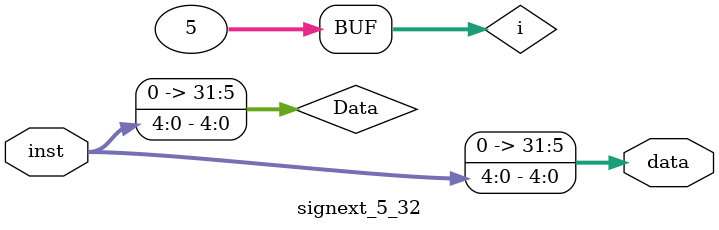
<source format=v>
`timescale 1ns / 1ps


module signext_5_32(
    input [4:0] inst,
    output [31:0] data
    );
    reg [31:0] Data;
    assign data=Data;
    integer i;
    always@(inst)
    begin
        for(i=5;i<32;i=i+1)
        begin
            Data[i]=0;
        end
        for(i=0;i<5;i=i+1)
        begin
            Data[i]=inst[i];
        end
    end
endmodule

</source>
